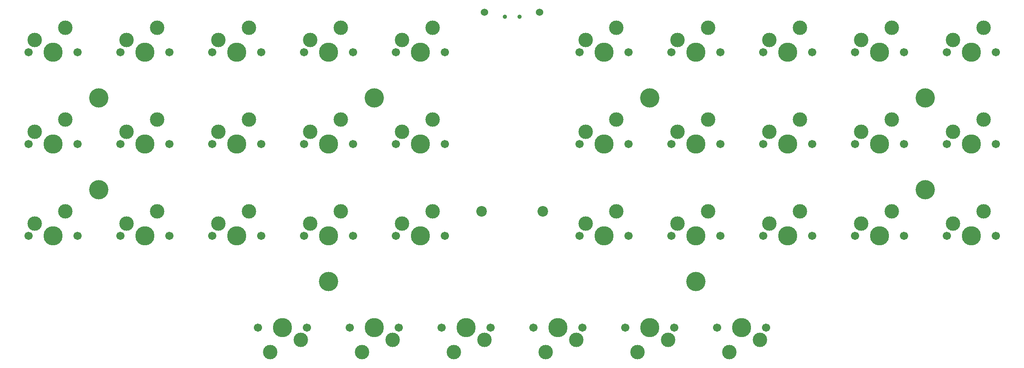
<source format=gbr>
%TF.GenerationSoftware,KiCad,Pcbnew,7.0.7*%
%TF.CreationDate,2023-08-21T18:25:40+02:00*%
%TF.ProjectId,lancer-hotswap,6c616e63-6572-42d6-986f-74737761702e,rev?*%
%TF.SameCoordinates,Original*%
%TF.FileFunction,Soldermask,Top*%
%TF.FilePolarity,Negative*%
%FSLAX46Y46*%
G04 Gerber Fmt 4.6, Leading zero omitted, Abs format (unit mm)*
G04 Created by KiCad (PCBNEW 7.0.7) date 2023-08-21 18:25:40*
%MOMM*%
%LPD*%
G01*
G04 APERTURE LIST*
%ADD10C,1.701800*%
%ADD11C,3.000000*%
%ADD12C,3.987800*%
%ADD13C,4.000000*%
%ADD14C,2.200000*%
%ADD15C,1.524000*%
%ADD16C,0.900000*%
G04 APERTURE END LIST*
D10*
%TO.C,SW10*%
X215900000Y-30480000D03*
D11*
X217170000Y-27940000D03*
D12*
X220980000Y-30480000D03*
D11*
X223520000Y-25400000D03*
D10*
X226060000Y-30480000D03*
%TD*%
D13*
%TO.C,H7*%
X87630000Y-78105000D03*
%TD*%
%TO.C,H1*%
X40005000Y-40005000D03*
%TD*%
D10*
%TO.C,SW15*%
X101600000Y-49530000D03*
D11*
X102870000Y-46990000D03*
D12*
X106680000Y-49530000D03*
D11*
X109220000Y-44450000D03*
D10*
X111760000Y-49530000D03*
%TD*%
%TO.C,SW19*%
X196850000Y-49530000D03*
D11*
X198120000Y-46990000D03*
D12*
X201930000Y-49530000D03*
D11*
X204470000Y-44450000D03*
D10*
X207010000Y-49530000D03*
%TD*%
%TO.C,SW18*%
X177800000Y-49530000D03*
D11*
X179070000Y-46990000D03*
D12*
X182880000Y-49530000D03*
D11*
X185420000Y-44450000D03*
D10*
X187960000Y-49530000D03*
%TD*%
D13*
%TO.C,H5*%
X40005000Y-59055000D03*
%TD*%
D10*
%TO.C,SW35*%
X159385000Y-87630000D03*
D11*
X158115000Y-90170000D03*
D12*
X154305000Y-87630000D03*
D11*
X151765000Y-92710000D03*
D10*
X149225000Y-87630000D03*
%TD*%
%TO.C,SW31*%
X83185000Y-87630000D03*
D11*
X81915000Y-90170000D03*
D12*
X78105000Y-87630000D03*
D11*
X75565000Y-92710000D03*
D10*
X73025000Y-87630000D03*
%TD*%
%TO.C,SW27*%
X158750000Y-68580000D03*
D11*
X160020000Y-66040000D03*
D12*
X163830000Y-68580000D03*
D11*
X166370000Y-63500000D03*
D10*
X168910000Y-68580000D03*
%TD*%
%TO.C,SW8*%
X177800000Y-30480000D03*
D11*
X179070000Y-27940000D03*
D12*
X182880000Y-30480000D03*
D11*
X185420000Y-25400000D03*
D10*
X187960000Y-30480000D03*
%TD*%
D14*
%TO.C,H10*%
X132080000Y-63500000D03*
%TD*%
D15*
%TO.C,H11*%
X120015000Y-22225000D03*
%TD*%
D10*
%TO.C,SW16*%
X139700000Y-49530000D03*
D11*
X140970000Y-46990000D03*
D12*
X144780000Y-49530000D03*
D11*
X147320000Y-44450000D03*
D10*
X149860000Y-49530000D03*
%TD*%
%TO.C,SW13*%
X63500000Y-49530000D03*
D11*
X64770000Y-46990000D03*
D12*
X68580000Y-49530000D03*
D11*
X71120000Y-44450000D03*
D10*
X73660000Y-49530000D03*
%TD*%
%TO.C,SW21*%
X25400000Y-68580000D03*
D11*
X26670000Y-66040000D03*
D12*
X30480000Y-68580000D03*
D11*
X33020000Y-63500000D03*
D10*
X35560000Y-68580000D03*
%TD*%
%TO.C,SW14*%
X82550000Y-49530000D03*
D11*
X83820000Y-46990000D03*
D12*
X87630000Y-49530000D03*
D11*
X90170000Y-44450000D03*
D10*
X92710000Y-49530000D03*
%TD*%
%TO.C,SW32*%
X102235000Y-87630000D03*
D11*
X100965000Y-90170000D03*
D12*
X97155000Y-87630000D03*
D11*
X94615000Y-92710000D03*
D10*
X92075000Y-87630000D03*
%TD*%
%TO.C,SW1*%
X25400000Y-30480000D03*
D11*
X26670000Y-27940000D03*
D12*
X30480000Y-30480000D03*
D11*
X33020000Y-25400000D03*
D10*
X35560000Y-30480000D03*
%TD*%
%TO.C,SW24*%
X82550000Y-68580000D03*
D11*
X83820000Y-66040000D03*
D12*
X87630000Y-68580000D03*
D11*
X90170000Y-63500000D03*
D10*
X92710000Y-68580000D03*
%TD*%
D14*
%TO.C,H9*%
X119380000Y-63500000D03*
%TD*%
D10*
%TO.C,SW23*%
X63500000Y-68580000D03*
D11*
X64770000Y-66040000D03*
D12*
X68580000Y-68580000D03*
D11*
X71120000Y-63500000D03*
D10*
X73660000Y-68580000D03*
%TD*%
%TO.C,SW9*%
X196850000Y-30480000D03*
D11*
X198120000Y-27940000D03*
D12*
X201930000Y-30480000D03*
D11*
X204470000Y-25400000D03*
D10*
X207010000Y-30480000D03*
%TD*%
%TO.C,SW30*%
X215900000Y-68580000D03*
D11*
X217170000Y-66040000D03*
D12*
X220980000Y-68580000D03*
D11*
X223520000Y-63500000D03*
D10*
X226060000Y-68580000D03*
%TD*%
%TO.C,SW34*%
X140335000Y-87630000D03*
D11*
X139065000Y-90170000D03*
D12*
X135255000Y-87630000D03*
D11*
X132715000Y-92710000D03*
D10*
X130175000Y-87630000D03*
%TD*%
%TO.C,SW20*%
X215900000Y-49530000D03*
D11*
X217170000Y-46990000D03*
D12*
X220980000Y-49530000D03*
D11*
X223520000Y-44450000D03*
D10*
X226060000Y-49530000D03*
%TD*%
%TO.C,SW26*%
X139700000Y-68580000D03*
D11*
X140970000Y-66040000D03*
D12*
X144780000Y-68580000D03*
D11*
X147320000Y-63500000D03*
D10*
X149860000Y-68580000D03*
%TD*%
%TO.C,SW25*%
X101600000Y-68580000D03*
D11*
X102870000Y-66040000D03*
D12*
X106680000Y-68580000D03*
D11*
X109220000Y-63500000D03*
D10*
X111760000Y-68580000D03*
%TD*%
D13*
%TO.C,H8*%
X163830000Y-78105000D03*
%TD*%
D10*
%TO.C,SW29*%
X196850000Y-68580000D03*
D11*
X198120000Y-66040000D03*
D12*
X201930000Y-68580000D03*
D11*
X204470000Y-63500000D03*
D10*
X207010000Y-68580000D03*
%TD*%
D13*
%TO.C,H4*%
X211455000Y-40005000D03*
%TD*%
D10*
%TO.C,SW4*%
X82550000Y-30480000D03*
D11*
X83820000Y-27940000D03*
D12*
X87630000Y-30480000D03*
D11*
X90170000Y-25400000D03*
D10*
X92710000Y-30480000D03*
%TD*%
%TO.C,SW36*%
X178435000Y-87630000D03*
D11*
X177165000Y-90170000D03*
D12*
X173355000Y-87630000D03*
D11*
X170815000Y-92710000D03*
D10*
X168275000Y-87630000D03*
%TD*%
D13*
%TO.C,H2*%
X97155000Y-40005000D03*
%TD*%
D10*
%TO.C,SW22*%
X44450000Y-68580000D03*
D11*
X45720000Y-66040000D03*
D12*
X49530000Y-68580000D03*
D11*
X52070000Y-63500000D03*
D10*
X54610000Y-68580000D03*
%TD*%
D13*
%TO.C,H6*%
X211455000Y-59055000D03*
%TD*%
D10*
%TO.C,SW5*%
X101600000Y-30480000D03*
D11*
X102870000Y-27940000D03*
D12*
X106680000Y-30480000D03*
D11*
X109220000Y-25400000D03*
D10*
X111760000Y-30480000D03*
%TD*%
D13*
%TO.C,H3*%
X154305000Y-40005000D03*
%TD*%
D10*
%TO.C,SW7*%
X158750000Y-30480000D03*
D11*
X160020000Y-27940000D03*
D12*
X163830000Y-30480000D03*
D11*
X166370000Y-25400000D03*
D10*
X168910000Y-30480000D03*
%TD*%
%TO.C,SW2*%
X44450000Y-30480000D03*
D11*
X45720000Y-27940000D03*
D12*
X49530000Y-30480000D03*
D11*
X52070000Y-25400000D03*
D10*
X54610000Y-30480000D03*
%TD*%
D15*
%TO.C,H12*%
X131445000Y-22225000D03*
%TD*%
D10*
%TO.C,SW3*%
X63500000Y-30480000D03*
D11*
X64770000Y-27940000D03*
D12*
X68580000Y-30480000D03*
D11*
X71120000Y-25400000D03*
D10*
X73660000Y-30480000D03*
%TD*%
%TO.C,SW17*%
X158750000Y-49530000D03*
D11*
X160020000Y-46990000D03*
D12*
X163830000Y-49530000D03*
D11*
X166370000Y-44450000D03*
D10*
X168910000Y-49530000D03*
%TD*%
%TO.C,SW11*%
X25400000Y-49530000D03*
D11*
X26670000Y-46990000D03*
D12*
X30480000Y-49530000D03*
D11*
X33020000Y-44450000D03*
D10*
X35560000Y-49530000D03*
%TD*%
%TO.C,SW12*%
X44450000Y-49530000D03*
D11*
X45720000Y-46990000D03*
D12*
X49530000Y-49530000D03*
D11*
X52070000Y-44450000D03*
D10*
X54610000Y-49530000D03*
%TD*%
%TO.C,SW33*%
X121285000Y-87630000D03*
D11*
X120015000Y-90170000D03*
D12*
X116205000Y-87630000D03*
D11*
X113665000Y-92710000D03*
D10*
X111125000Y-87630000D03*
%TD*%
%TO.C,SW28*%
X177800000Y-68580000D03*
D11*
X179070000Y-66040000D03*
D12*
X182880000Y-68580000D03*
D11*
X185420000Y-63500000D03*
D10*
X187960000Y-68580000D03*
%TD*%
%TO.C,SW6*%
X139700000Y-30480000D03*
D11*
X140970000Y-27940000D03*
D12*
X144780000Y-30480000D03*
D11*
X147320000Y-25400000D03*
D10*
X149860000Y-30480000D03*
%TD*%
D16*
%TO.C,SW37*%
X124230000Y-23165000D03*
X127230000Y-23165000D03*
%TD*%
M02*

</source>
